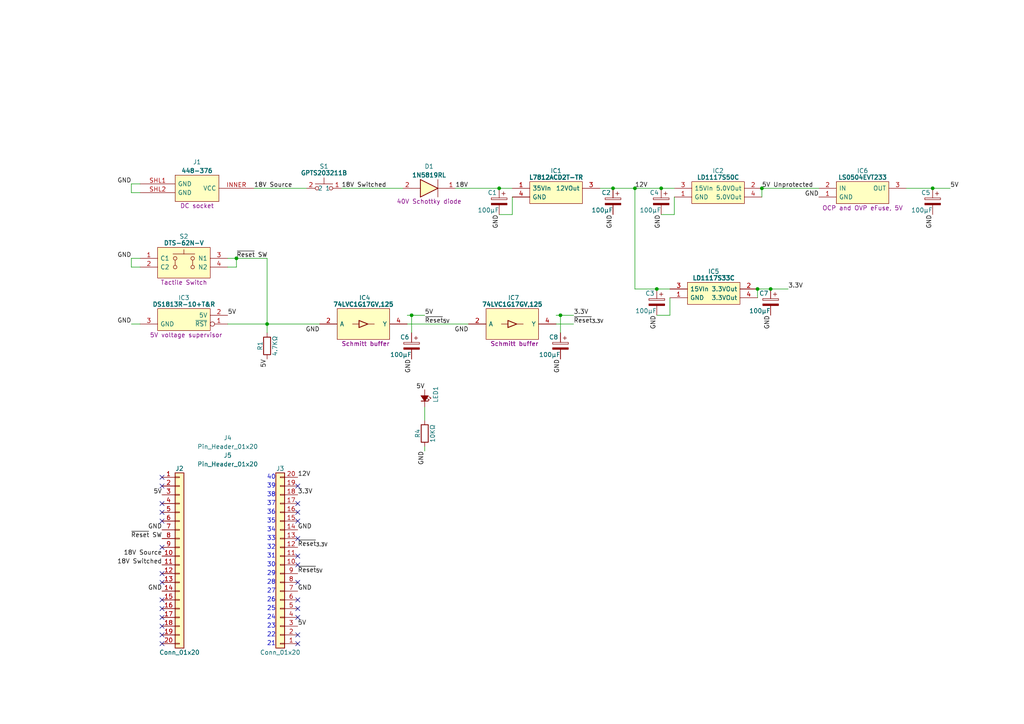
<source format=kicad_sch>
(kicad_sch (version 20231120) (generator "eeschema") (generator_version "8.0")
  (paper "A4")
  (title_block (title "Power and Reset") (date "2025-04-23") (rev "V1"))
  (lib_symbols
    (symbol "Connector_Generic:Conn_01x20" (pin_names (offset 1.016) hide)
      (property "Reference" "J" (at 0 25.4 0))
      (property "Value" "Conn_01x20" (at 0 -27.94 0))
      (symbol "Conn_01x20_1_1"
        (rectangle (start -1.27 -25.273) (end 0 -25.527) (stroke (width 0.1524)))
        (rectangle (start -1.27 -22.733) (end 0 -22.987) (stroke (width 0.1524)))
        (rectangle (start -1.27 -20.193) (end 0 -20.447) (stroke (width 0.1524)))
        (rectangle (start -1.27 -17.653) (end 0 -17.907) (stroke (width 0.1524)))
        (rectangle (start -1.27 -15.113) (end 0 -15.367) (stroke (width 0.1524)))
        (rectangle (start -1.27 -12.573) (end 0 -12.827) (stroke (width 0.1524)))
        (rectangle (start -1.27 -10.033) (end 0 -10.287) (stroke (width 0.1524)))
        (rectangle (start -1.27 -7.493) (end 0 -7.747) (stroke (width 0.1524)))
        (rectangle (start -1.27 -4.953) (end 0 -5.207) (stroke (width 0.1524)))
        (rectangle (start -1.27 -2.413) (end 0 -2.667) (stroke (width 0.1524)))
        (rectangle (start -1.27 0.127) (end 0 -0.127) (stroke (width 0.1524)))
        (rectangle (start -1.27 2.667) (end 0 2.413) (stroke (width 0.1524)))
        (rectangle (start -1.27 5.207) (end 0 4.953) (stroke (width 0.1524)))
        (rectangle (start -1.27 7.747) (end 0 7.493) (stroke (width 0.1524)))
        (rectangle (start -1.27 10.287) (end 0 10.033) (stroke (width 0.1524)))
        (rectangle (start -1.27 12.827) (end 0 12.573) (stroke (width 0.1524)))
        (rectangle (start -1.27 15.367) (end 0 15.113) (stroke (width 0.1524)))
        (rectangle (start -1.27 17.907) (end 0 17.653) (stroke (width 0.1524)))
        (rectangle (start -1.27 20.447) (end 0 20.193) (stroke (width 0.1524)))
        (rectangle (start -1.27 22.987) (end 0 22.733) (stroke (width 0.1524)))
        (rectangle (start -1.27 24.13) (end 1.27 -26.67) (stroke (width 0.254)) (fill (type background)))
        (pin passive line (at -5.08 22.86 0) (length 3.81) (name "Pin_1") (number "1"))
        (pin passive line (at -5.08 0 0) (length 3.81) (name "Pin_10") (number "10"))
        (pin passive line (at -5.08 -2.54 0) (length 3.81) (name "Pin_11") (number "11"))
        (pin passive line (at -5.08 -5.08 0) (length 3.81) (name "Pin_12") (number "12"))
        (pin passive line (at -5.08 -7.62 0) (length 3.81) (name "Pin_13") (number "13"))
        (pin passive line (at -5.08 -10.16 0) (length 3.81) (name "Pin_14") (number "14"))
        (pin passive line (at -5.08 -12.7 0) (length 3.81) (name "Pin_15") (number "15"))
        (pin passive line (at -5.08 -15.24 0) (length 3.81) (name "Pin_16") (number "16"))
        (pin passive line (at -5.08 -17.78 0) (length 3.81) (name "Pin_17") (number "17"))
        (pin passive line (at -5.08 -20.32 0) (length 3.81) (name "Pin_18") (number "18"))
        (pin passive line (at -5.08 -22.86 0) (length 3.81) (name "Pin_19") (number "19"))
        (pin passive line (at -5.08 20.32 0) (length 3.81) (name "Pin_2") (number "2"))
        (pin passive line (at -5.08 -25.4 0) (length 3.81) (name "Pin_20") (number "20"))
        (pin passive line (at -5.08 17.78 0) (length 3.81) (name "Pin_3") (number "3"))
        (pin passive line (at -5.08 15.24 0) (length 3.81) (name "Pin_4") (number "4"))
        (pin passive line (at -5.08 12.7 0) (length 3.81) (name "Pin_5") (number "5"))
        (pin passive line (at -5.08 10.16 0) (length 3.81) (name "Pin_6") (number "6"))
        (pin passive line (at -5.08 7.62 0) (length 3.81) (name "Pin_7") (number "7"))
        (pin passive line (at -5.08 5.08 0) (length 3.81) (name "Pin_8") (number "8"))
        (pin passive line (at -5.08 2.54 0) (length 3.81) (name "Pin_9") (number "9"))
      )
    )
    (symbol "Device:LED_Small_Filled" (pin_numbers hide) (pin_names (offset 0.254) hide)
      (property "Reference" "D" (at -1.27 3.175 0))
      (property "Value" "LED_Small_Filled" (at -4.445 -2.54 0))
      (symbol "LED_Small_Filled_0_1"
        (polyline (pts (xy -0.762 -1.016) (xy -0.762 1.016)) (stroke (width 0.254)))
        (polyline (pts (xy 1.016 0) (xy -0.762 0)))
        (polyline (pts (xy 0.762 -1.016) (xy -0.762 0) (xy 0.762 1.016) (xy 0.762 -1.016)) (stroke (width 0.254)) (fill (type outline)))
        (polyline (pts (xy 0 0.762) (xy -0.508 1.27) (xy -0.254 1.27) (xy -0.508 1.27) (xy -0.508 1.016)))
        (polyline (pts (xy 0.508 1.27) (xy 0 1.778) (xy 0.254 1.778) (xy 0 1.778) (xy 0 1.524)))
      )
      (symbol "LED_Small_Filled_1_1"
        (pin passive line (at -2.54 0 0) (length 1.778) (name "K") (number "1"))
        (pin passive line (at 2.54 0 180) (length 1.778) (name "A") (number "2"))
      )
    )
    (symbol "Diptronic:DTS-62N-V" (pin_names (offset 0.762))
      (property "Reference" "S" (at 12.7 6.35 0))
      (property "Value" "DTS-62N-V" (at 12.7 4.445 0))
      (property "Description" "Tactile Switch" (at 12.7 -6.985 0))
      (symbol "DTS-62N-V_0_0"
        (pin passive line (at 0 0 0) (length 5.08) (name "C1") (number "1"))
        (pin passive line (at 0 -2.54 0) (length 5.08) (name "C2") (number "2"))
        (pin passive line (at 25.4 0 180) (length 5.08) (name "N1") (number "3"))
        (pin passive line (at 25.4 -2.54 180) (length 5.08) (name "N2") (number "4"))
      )
      (symbol "DTS-62N-V_0_1"
        (polyline (pts (xy 10.16 -1.905) (xy 10.16 -0.635)))
        (polyline (pts (xy 12.7 1.27) (xy 12.7 2.54)))
        (polyline (pts (xy 15.24 -1.905) (xy 15.24 -0.635)))
        (polyline (pts (xy 15.875 1.27) (xy 9.525 1.27)))
        (polyline (pts (xy 5.08 3.175) (xy 20.32 3.175) (xy 20.32 -5.715) (xy 5.08 -5.715) (xy 5.08 3.175)) (stroke (width 0.1524)) (fill (type background)))
        (circle (center 10.16 -2.54) (radius 0.508))
        (circle (center 10.16 0) (radius 0.508))
        (circle (center 15.24 -2.54) (radius 0.508))
        (circle (center 15.24 0) (radius 0.508))
      )
    )
    (symbol "HCP65:C_Radial_D4.0mm_P2.00mm" (pin_numbers hide) (pin_names (offset 0.254))
      (property "Reference" "C" (at 0.635 2.54 0))
      (property "Value" "?μF" (at 0.635 -2.54 0))
      (symbol "C_Radial_D4.0mm_P2.00mm_0_1"
        (rectangle (start -2.286 0.508) (end 2.286 1.016))
        (polyline (pts (xy -1.778 2.286) (xy -0.762 2.286)))
        (polyline (pts (xy -1.27 2.794) (xy -1.27 1.778)))
        (rectangle (start 2.286 -0.508) (end -2.286 -1.016) (fill (type outline)))
      )
      (symbol "C_Radial_D4.0mm_P2.00mm_1_1"
        (pin passive line (at 0 3.81 270) (length 2.794) (name "~") (number "1"))
        (pin passive line (at 0 -3.81 90) (length 2.794) (name "~") (number "2"))
      )
    )
    (symbol "HCP65:Pin_Header_01x32" (pin_names (offset 1.016) hide)
      (property "Reference" "J" (at 0 1.27 0))
      (property "Value" "Pin_Header_01x32" (at 0 -1.27 0))
    )
    (symbol "HCP65:R_Axial_D1.6mm_P5.08mm" (pin_numbers hide) (pin_names (offset 0))
      (property "Reference" "R" (at 3.81 2.032 0))
      (property "Value" "?Ω" (at 3.81 -2.286 0))
      (symbol "R_Axial_D1.6mm_P5.08mm_0_1"
        (rectangle (start 6.35 -1.016) (end 1.27 1.016) (stroke (width 0.254)))
      )
      (symbol "R_Axial_D1.6mm_P5.08mm_1_1"
        (pin passive line (at 0 0 0) (length 1.27) (name "~") (number "1"))
        (pin passive line (at 7.62 0 180) (length 1.27) (name "~") (number "2"))
      )
    )
    (symbol "Littlefuse:LS0504EVT233" (pin_names (offset 0.762))
      (property "Reference" "IC" (at 12.7 5.08 0))
      (property "Value" "LS0504EVT233" (at 12.7 3.175 0))
      (property "Description" "OCP and OVP eFuse, 5V" (at 12.7 -5.715 0))
      (symbol "LS0504EVT233_0_0"
        (pin passive line (at 0 -2.54 0) (length 5.08) (name "GND") (number "1"))
        (pin passive line (at 0 0 0) (length 5.08) (name "IN") (number "2"))
        (pin passive line (at 25.4 0 180) (length 5.08) (name "OUT") (number "3"))
      )
      (symbol "LS0504EVT233_1_1"
        (polyline (pts (xy 5.08 1.905) (xy 20.32 1.905) (xy 20.32 -4.445) (xy 5.08 -4.445) (xy 5.08 1.905)) (stroke (width 0.1524)) (fill (type background)))
      )
    )
    (symbol "Maxim:DS1813R-10+T&R" (pin_names (offset 0.762))
      (property "Reference" "IC" (at 12.7 7.62 0))
      (property "Value" "DS1813R-10+T&R" (at 12.7 5.715 0))
      (property "Description" "5V voltage supervisor" (at 13.335 -3.175 0))
      (symbol "DS1813R-10+T&R_0_0"
        (pin output inverted (at 25.4 0 180) (length 5.08) (name "~{RST}") (number "1"))
        (pin passive line (at 25.4 2.54 180) (length 5.08) (name "5V") (number "2"))
        (pin passive line (at 0 0 0) (length 5.08) (name "GND") (number "3"))
      )
      (symbol "DS1813R-10+T&R_0_1"
        (polyline (pts (xy 5.08 4.445) (xy 20.32 4.445) (xy 20.32 -1.905) (xy 5.08 -1.905) (xy 5.08 4.445)) (stroke (width 0.1524)) (fill (type background)))
      )
    )
    (symbol "Maxim:GPTS203211B" (pin_names (offset 0.762))
      (property "Reference" "S" (at 5.08 6.35 0))
      (property "Value" "GPTS203211B" (at 5.08 4.445 0))
      (symbol "GPTS203211B_0_1"
        (polyline (pts (xy 5.08 1.27) (xy 5.08 3.048)))
        (polyline (pts (xy 7.62 1.27) (xy 2.54 1.27)))
        (circle (center 3.048 0) (radius 0.508))
        (circle (center 7.112 0) (radius 0.508))
        (pin passive line (at 0 0 0) (length 2.54) (name "1") (number "1"))
        (pin passive line (at 10.16 0 180) (length 2.54) (name "2") (number "2"))
      )
    )
    (symbol "Nexperia:74LVC1G17GV,125" (pin_names (offset 0.762))
      (property "Reference" "IC" (at 12.7 7.62 0))
      (property "Value" "74LVC1G17GV,125" (at 12.7 5.715 0))
      (property "Description" "Schmitt buffer" (at 13.335 -5.715 0))
      (symbol "74LVC1G17GV,125_0_0"
        (pin no_connect line (at 0 2.54 0) (length 5.08) hide (name "n.c.") (number "1"))
        (pin input line (at 0 0 0) (length 5.08) (name "A") (number "2"))
        (pin passive line (at 0 -2.54 0) (length 5.08) hide (name "GND") (number "3"))
        (pin passive line (at 25.4 0 180) (length 5.08) (name "Y") (number "4"))
        (pin passive line (at 25.4 2.54 180) (length 5.08) hide (name "3V") (number "5"))
      )
      (symbol "74LVC1G17GV,125_0_1"
        (polyline (pts (xy 9.525 0) (xy 11.43 0)))
        (polyline (pts (xy 13.97 0) (xy 15.875 0)))
        (polyline (pts (xy 11.43 -1.016) (xy 13.97 0) (xy 11.43 1.016)) (stroke (width 0.254)))
        (polyline (pts (xy 5.08 4.445) (xy 20.32 4.445) (xy 20.32 -4.445) (xy 5.08 -4.445) (xy 5.08 4.445)) (stroke (width 0.1524)) (fill (type background)))
        (rectangle (start 11.43 1.016) (end 11.43 -1.016) (stroke (width 0.254)) (fill (type background)))
      )
    )
    (symbol "RS_Components:448-376" (pin_names (offset 0.762))
      (property "Reference" "J" (at 11.43 6.35 0))
      (property "Value" "448-376" (at 11.43 3.81 0))
      (property "Description" "DC socket" (at 11.43 -6.35 0))
      (symbol "448-376_0_1"
        (polyline (pts (xy 5.08 2.54) (xy 17.78 2.54) (xy 17.78 -5.08) (xy 5.08 -5.08) (xy 5.08 2.54)) (stroke (width 0.1524)) (fill (type background)))
      )
      (symbol "448-376_1_0"
        (pin passive line (at -5.08 -1.27 0) (length 10.16) (name "VCC") (number "INNER"))
        (pin passive line (at 27.94 0 180) (length 10.16) (name "GND") (number "SHL1"))
        (pin passive line (at 27.94 -2.54 180) (length 10.16) (name "GND") (number "SHL2"))
      )
    )
    (symbol "ST_Microelectronics:1N5819RL" (pin_names (offset 0.762))
      (property "Reference" "D" (at 7.62 6.35 0))
      (property "Value" "1N5819RL" (at 7.62 3.81 0))
      (property "Description" "40V Schottky diode" (at 7.62 -3.81 0))
      (symbol "1N5819RL_0_0"
        (pin passive line (at 0 0 0) (length 2.54) (name "~") (number "1"))
        (pin passive line (at 15.24 0 180) (length 2.54) (name "~") (number "2"))
      )
      (symbol "1N5819RL_0_1"
        (polyline (pts (xy 2.54 0) (xy 5.08 0)) (stroke (width 0.1524)))
        (polyline (pts (xy 5.08 2.54) (xy 5.08 -2.54)) (stroke (width 0.1524)))
        (polyline (pts (xy 10.16 0) (xy 12.7 0)) (stroke (width 0.1524)))
        (polyline (pts (xy 5.08 0) (xy 10.16 2.54) (xy 10.16 -2.54) (xy 5.08 0)) (stroke (width 0.254)) (fill (type background)))
      )
    )
    (symbol "ST_Microelectronics:L7812ACD2T-TR" (pin_names (offset 0.762))
      (property "Reference" "IC" (at 12.7 5.08 0))
      (property "Value" "L7812ACD2T-TR" (at 12.7 3.175 0))
      (symbol "L7812ACD2T-TR_0_1"
        (polyline (pts (xy 5.08 1.905) (xy 20.32 1.905) (xy 20.32 -4.445) (xy 5.08 -4.445) (xy 5.08 1.905)) (stroke (width 0.1524)) (fill (type background)))
      )
      (symbol "L7812ACD2T-TR_1_0"
        (pin passive line (at 0 0 0) (length 5.08) (name "35VIn") (number "1"))
        (pin no_connect line (at 25.4 -2.54 180) (length 5.08) hide (name "N.C.") (number "2"))
        (pin passive line (at 25.4 0 180) (length 5.08) (name "12VOut") (number "3"))
        (pin passive line (at 0 -2.54 0) (length 5.08) (name "GND") (number "4"))
      )
    )
    (symbol "ST_Microelectronics:LD1117S33C" (pin_names (offset 0.762))
      (property "Reference" "IC" (at 7.62 5.08 0))
      (property "Value" "LD1117S33C" (at 7.62 3.175 0))
      (symbol "LD1117S33C_0_0"
        (pin passive line (at -5.08 -2.54 0) (length 5.08) (name "GND") (number "1"))
      )
      (symbol "LD1117S33C_0_1"
        (polyline (pts (xy 0 1.905) (xy 15.24 1.905) (xy 15.24 -4.445) (xy 0 -4.445) (xy 0 1.905)) (stroke (width 0.1524)) (fill (type background)))
      )
      (symbol "LD1117S33C_1_0"
        (pin passive line (at 20.32 0 180) (length 5.08) (name "3.3VOut") (number "2"))
        (pin passive line (at -5.08 0 0) (length 5.08) (name "15VIn") (number "3"))
        (pin passive line (at 20.32 -2.54 180) (length 5.08) (name "3.3VOut") (number "4"))
      )
    )
    (symbol "ST_Microelectronics:LD1117S50C" (pin_names (offset 0.762))
      (property "Reference" "IC" (at 7.62 5.08 0))
      (property "Value" "LD1117S50C" (at 7.62 3.175 0))
      (symbol "LD1117S50C_0_0"
        (pin passive line (at -5.08 -2.54 0) (length 5.08) (name "GND") (number "1"))
      )
      (symbol "LD1117S50C_0_1"
        (polyline (pts (xy 0 1.905) (xy 15.24 1.905) (xy 15.24 -4.445) (xy 0 -4.445) (xy 0 1.905)) (stroke (width 0.1524)) (fill (type background)))
      )
      (symbol "LD1117S50C_1_0"
        (pin passive line (at 20.32 0 180) (length 5.08) (name "5.0VOut") (number "2"))
        (pin passive line (at -5.08 0 0) (length 5.08) (name "15VIn") (number "3"))
        (pin passive line (at 20.32 -2.54 180) (length 5.08) (name "5.0VOut") (number "4"))
      )
    )
  )
  (junction (at 144.78 54.61))
  (junction (at 220.98 54.61))
  (junction (at 68.58 74.93))
  (junction (at 270.51 54.61))
  (junction (at 177.8 54.61))
  (junction (at 119.38 91.44))
  (junction (at 77.47 93.98))
  (junction (at 223.52 83.82))
  (junction (at 162.56 91.44))
  (junction (at 190.5 83.82))
  (junction (at 219.71 83.82))
  (junction (at 184.15 54.61))
  (junction (at 191.77 54.61))
  (no_connect (at 46.99 176.53))
  (no_connect (at 86.36 140.97))
  (no_connect (at 46.99 166.37))
  (no_connect (at 46.99 181.61))
  (no_connect (at 46.99 186.69))
  (no_connect (at 86.36 163.83))
  (no_connect (at 86.36 186.69))
  (no_connect (at 86.36 179.07))
  (no_connect (at 46.99 151.13))
  (no_connect (at 86.36 184.15))
  (no_connect (at 46.99 158.75))
  (no_connect (at 86.36 161.29))
  (no_connect (at 46.99 148.59))
  (no_connect (at 46.99 173.99))
  (no_connect (at 46.99 146.05))
  (no_connect (at 86.36 151.13))
  (no_connect (at 46.99 168.91))
  (no_connect (at 46.99 179.07))
  (no_connect (at 86.36 168.91))
  (no_connect (at 86.36 146.05))
  (no_connect (at 86.36 176.53))
  (no_connect (at 86.36 173.99))
  (no_connect (at 46.99 184.15))
  (no_connect (at 46.99 138.43))
  (no_connect (at 86.36 156.21))
  (no_connect (at 46.99 140.97))
  (no_connect (at 86.36 148.59))
  (wire (pts (xy 38.1 74.93) (xy 40.64 74.93)))
  (wire (pts (xy 194.31 91.44) (xy 190.5 91.44)))
  (wire (pts (xy 68.58 74.93) (xy 68.58 77.47)))
  (wire (pts (xy 148.59 57.15) (xy 148.59 62.23)))
  (wire (pts (xy 228.6 83.82) (xy 223.52 83.82)))
  (wire (pts (xy 184.15 83.82) (xy 184.15 54.61)))
  (wire (pts (xy 191.77 54.61) (xy 195.58 54.61)))
  (wire (pts (xy 195.58 62.23) (xy 191.77 62.23)))
  (wire (pts (xy 77.47 93.98) (xy 77.47 74.93)))
  (wire (pts (xy 38.1 53.34) (xy 38.1 55.88)))
  (wire (pts (xy 66.04 77.47) (xy 68.58 77.47)))
  (wire (pts (xy 119.38 91.44) (xy 123.19 91.44)))
  (wire (pts (xy 177.8 54.61) (xy 173.99 54.61)))
  (wire (pts (xy 190.5 83.82) (xy 194.31 83.82)))
  (wire (pts (xy 162.56 91.44) (xy 161.29 91.44)))
  (wire (pts (xy 166.37 91.44) (xy 162.56 91.44)))
  (wire (pts (xy 38.1 55.88) (xy 40.64 55.88)))
  (wire (pts (xy 190.5 83.82) (xy 184.15 83.82)))
  (wire (pts (xy 220.98 54.61) (xy 237.49 54.61)))
  (wire (pts (xy 144.78 54.61) (xy 148.59 54.61)))
  (wire (pts (xy 132.08 54.61) (xy 144.78 54.61)))
  (wire (pts (xy 194.31 86.36) (xy 194.31 91.44)))
  (wire (pts (xy 38.1 74.93) (xy 38.1 77.47)))
  (wire (pts (xy 148.59 62.23) (xy 144.78 62.23)))
  (wire (pts (xy 220.98 54.61) (xy 220.98 57.15)))
  (wire (pts (xy 123.19 130.81) (xy 123.19 129.54)))
  (wire (pts (xy 119.38 91.44) (xy 119.38 96.52)))
  (wire (pts (xy 77.47 93.98) (xy 92.71 93.98)))
  (wire (pts (xy 73.66 54.61) (xy 88.9 54.61)))
  (wire (pts (xy 38.1 77.47) (xy 40.64 77.47)))
  (wire (pts (xy 166.37 93.98) (xy 161.29 93.98)))
  (wire (pts (xy 77.47 96.52) (xy 77.47 93.98)))
  (wire (pts (xy 219.71 83.82) (xy 219.71 86.36)))
  (wire (pts (xy 38.1 93.98) (xy 40.64 93.98)))
  (wire (pts (xy 184.15 54.61) (xy 191.77 54.61)))
  (wire (pts (xy 38.1 53.34) (xy 40.64 53.34)))
  (wire (pts (xy 123.19 118.11) (xy 123.19 121.92)))
  (wire (pts (xy 195.58 57.15) (xy 195.58 62.23)))
  (wire (pts (xy 68.58 74.93) (xy 77.47 74.93)))
  (wire (pts (xy 223.52 83.82) (xy 219.71 83.82)))
  (wire (pts (xy 162.56 91.44) (xy 162.56 96.52)))
  (wire (pts (xy 66.04 93.98) (xy 77.47 93.98)))
  (wire (pts (xy 116.84 54.61) (xy 99.06 54.61)))
  (wire (pts (xy 68.58 74.93) (xy 66.04 74.93)))
  (wire (pts (xy 118.11 93.98) (xy 135.89 93.98)))
  (wire (pts (xy 118.11 91.44) (xy 119.38 91.44)))
  (wire (pts (xy 177.8 54.61) (xy 184.15 54.61)))
  (wire (pts (xy 262.89 54.61) (xy 270.51 54.61)))
  (wire (pts (xy 270.51 54.61) (xy 275.59 54.61)))
  (text "21" (at 80.01 186.69 0) (effects (font (size 1.27 1.27)) (justify right)))
  (text "24" (at 80.01 179.07 0) (effects (font (size 1.27 1.27)) (justify right)))
  (text "39" (at 80.01 140.97 0) (effects (font (size 1.27 1.27)) (justify right)))
  (text "30\n" (at 80.01 163.83 0) (effects (font (size 1.27 1.27)) (justify right)))
  (text "36" (at 80.01 148.59 0) (effects (font (size 1.27 1.27)) (justify right)))
  (text "22" (at 80.01 184.15 0) (effects (font (size 1.27 1.27)) (justify right)))
  (text "35" (at 80.01 151.13 0) (effects (font (size 1.27 1.27)) (justify right)))
  (text "25" (at 80.01 176.53 0) (effects (font (size 1.27 1.27)) (justify right)))
  (text "27" (at 80.01 171.45 0) (effects (font (size 1.27 1.27)) (justify right)))
  (text "31" (at 80.01 161.29 0) (effects (font (size 1.27 1.27)) (justify right)))
  (text "26" (at 80.01 173.99 0) (effects (font (size 1.27 1.27)) (justify right)))
  (text "40" (at 80.01 138.43 0) (effects (font (size 1.27 1.27)) (justify right)))
  (text "38" (at 80.01 143.51 0) (effects (font (size 1.27 1.27)) (justify right)))
  (text "29" (at 80.01 166.37 0) (effects (font (size 1.27 1.27)) (justify right)))
  (text "33" (at 80.01 156.21 0) (effects (font (size 1.27 1.27)) (justify right)))
  (text "23" (at 80.01 181.61 0) (effects (font (size 1.27 1.27)) (justify right)))
  (text "37" (at 80.01 146.05 0) (effects (font (size 1.27 1.27)) (justify right)))
  (text "28" (at 80.01 168.91 0) (effects (font (size 1.27 1.27)) (justify right)))
  (text "34" (at 80.01 153.67 0) (effects (font (size 1.27 1.27)) (justify right)))
  (text "32" (at 80.01 158.75 0) (effects (font (size 1.27 1.27)) (justify right)))
  (label "3.3V" (at 166.37 91.44 0))
  (label "GND" (at 237.49 57.15 180))
  (label "5V" (at 275.59 54.61 0))
  (label "~{Reset} SW" (at 46.99 156.21 180))
  (label "GND" (at 135.89 96.52 180))
  (label "GND" (at 270.51 62.23 270))
  (label "GND" (at 38.1 53.34 180))
  (label "3.3V" (at 228.6 83.82 0))
  (label "5V" (at 46.99 143.51 180))
  (label "18V" (at 132.08 54.61 0))
  (label "~{Reset}_{5V}" (at 86.36 166.37 0))
  (label "5V Unprotected" (at 220.98 54.61 0))
  (label "3.3V" (at 86.36 143.51 0))
  (label "5V" (at 123.19 91.44 0))
  (label "GND" (at 38.1 74.93 180))
  (label "18V Source" (at 46.99 161.29 180))
  (label "~{Reset} SW" (at 68.58 74.93 0))
  (label "12V" (at 184.15 54.61 0))
  (label "5V" (at 77.47 104.14 270))
  (label "5V" (at 66.04 91.44 0))
  (label "18V Source" (at 73.66 54.61 0))
  (label "GND" (at 162.56 104.14 270))
  (label "GND" (at 38.1 93.98 180))
  (label "GND" (at 119.38 104.14 270))
  (label "GND" (at 191.77 62.23 270))
  (label "GND" (at 92.71 96.52 180))
  (label "GND" (at 46.99 153.67 180))
  (label "GND" (at 144.78 62.23 270))
  (label "12V" (at 86.36 138.43 0))
  (label "~{Reset}_{3.3V}" (at 86.36 158.75 0))
  (label "18V Switched" (at 99.06 54.61 0))
  (label "18V Switched" (at 46.99 163.83 180))
  (label "5V" (at 86.36 181.61 0))
  (label "~{Reset}_{3.3V}" (at 166.37 93.98 0))
  (label "~{Reset}_{5V}" (at 123.19 93.98 0))
  (label "GND" (at 46.99 171.45 180))
  (label "5V" (at 123.19 113.03 180))
  (label "GND" (at 123.19 130.81 270))
  (label "GND" (at 190.5 91.44 270))
  (label "GND" (at 223.52 91.44 270))
  (label "GND" (at 86.36 153.67 0))
  (label "GND" (at 86.36 171.45 0))
  (label "GND" (at 177.8 62.23 270))
  (symbol (lib_id "Device:LED_Small_Filled") (at 123.19 115.57 270) (mirror x) (unit 1)
    (property "Reference" "LED1" (at 126.365 116.84 0) (effects (justify left)))
    (property "Value" "LED_Small_Filled" (effects (hide yes)))
    (property "Footprint" "SamacSys_Parts:LED_D5.0mm" (effects (hide yes)))
    (property "Description" "Light emitting diode, small symbol, filled shape" (effects (hide yes)))
  )
  (symbol (lib_id "Connector_Generic:Conn_01x20") (at 52.07 161.29 0) (unit 1)
    (property "Reference" "J2" (at 52.07 135.89 0))
    (property "Value" "Conn_01x20" (at 52.07 189.23 0))
    (property "Footprint" "SamacSys_Parts:SIP_20_Pins" (effects (hide yes)))
    (property "Description" "Generic connector, single row, 01x20, script generated (kicad-library-utils/schlib/autogen/connector/)" (effects (hide yes)))
  )
  (symbol (lib_id "Maxim:DS1813R-10+T&R") (at 40.64 93.98 0) (unit 1)
    (property "Reference" "IC3" (at 53.34 86.36 0))
    (property "Value" "DS1813R-10+T&R" (at 53.34 88.265 0) (effects (font (bold yes))))
    (property "Footprint" "SamacSys_Parts:SOT95P237X112-3N" (effects (hide yes)))
    (property "Datasheet" "https://componentsearchengine.com/Datasheets/2/DS1813R-10+T&R.pdf" (effects (hide yes)))
    (property "Description" "5V voltage supervisor" (at 53.975 97.155 0))
    (property "Height" "1.12" (effects (hide yes)))
    (property "Mouser Part Number" "700-DS1813R-10T&R" (effects (hide yes)))
    (property "Mouser Price/Stock" "https://www.mouser.co.uk/ProductDetail/Maxim-Integrated/DS1813R-10%2bTR?qs=0Y9aZN%252BMVCUEX%2FgvPX%252B6Nw%3D%3D" (effects (hide yes)))
    (property "Manufacturer_Name" "Maxim Integrated" (effects (hide yes)))
    (property "Manufacturer_Part_Number" "DS1813R-10+T&R" (effects (hide yes)))
    (property "Silkscreen" "DS1813" (effects (hide yes)))
  )
  (symbol (lib_id "ST_Microelectronics:L7812ACD2T-TR") (at 148.59 54.61 0) (unit 1)
    (property "Reference" "IC1" (at 161.29 49.53 0))
    (property "Value" "L7812ACD2T-TR" (at 161.29 51.435 0) (effects (font (thickness 0.254) (bold yes))))
    (property "Footprint" "SamacSys_Parts:TO254P1542X460-3N" (effects (hide yes)))
    (property "Datasheet" "http://www.st.com/web/en/resource/technical/document/datasheet/CD00000444.pdf" (effects (hide yes)))
    (property "Description" "Voltage Regulator 12V 1A D2PAK STMicroelectronics L7812ACD2T-TR, Single Linear Voltage Regulator, 1.5A 12 V, +/-2%, 3-Pin D2PAK" (effects (hide yes)))
    (property "Height" "4.6" (effects (hide yes)))
    (property "Manufacturer_Name" "STMicroelectronics" (effects (hide yes)))
    (property "Manufacturer_Part_Number" "L7812ACD2T-TR" (effects (hide yes)))
    (property "Silkscreen" "L7812ACD2T-TR" (effects (hide yes)))
  )
  (symbol (lib_id "HCP65:C_Radial_D4.0mm_P2.00mm") (at 270.51 58.42 0) (mirror y) (unit 1)
    (property "Reference" "C5" (at 269.875 55.88 0) (effects (justify left)))
    (property "Value" "100μF" (at 270.51 60.96 0) (effects (justify left)))
    (property "Footprint" "SamacSys_Parts:CP_Radial_D4.0mm_P2.00mm" (effects (hide yes)))
    (property "Description" "100μF" (effects (hide yes)))
  )
  (symbol (lib_id "RS_Components:448-376") (at 68.58 53.34 0) (mirror y) (unit 1)
    (property "Reference" "J1" (at 57.15 46.99 0))
    (property "Value" "448-376" (at 57.15 49.53 0) (effects (font (bold yes))))
    (property "Footprint" "SamacSys_Parts:448376" (effects (hide yes)))
    (property "Datasheet" "https://docs.rs-online.com/902a/0900766b81582446.pdf" (effects (hide yes)))
    (property "Description" "DC socket" (at 57.15 59.69 0))
    (property "Height" "11" (effects (hide yes)))
    (property "Manufacturer_Name" "RS Components" (effects (hide yes)))
    (property "Manufacturer_Part_Number" "448-376" (effects (hide yes)))
  )
  (symbol (lib_id "HCP65:C_Radial_D4.0mm_P2.00mm") (at 191.77 58.42 0) (mirror y) (unit 1)
    (property "Reference" "C4" (at 191.135 55.88 0) (effects (justify left)))
    (property "Value" "100μF" (at 191.77 60.96 0) (effects (justify left)))
    (property "Footprint" "SamacSys_Parts:CP_Radial_D4.0mm_P2.00mm" (effects (hide yes)))
    (property "Description" "10μF" (effects (hide yes)))
  )
  (symbol (lib_id "HCP65:C_Radial_D4.0mm_P2.00mm") (at 119.38 100.33 0) (mirror y) (unit 1)
    (property "Reference" "C6" (at 118.745 97.79 0) (effects (justify left)))
    (property "Value" "100μF" (at 119.38 102.87 0) (effects (justify left)))
    (property "Footprint" "SamacSys_Parts:CP_Radial_D4.0mm_P2.00mm" (effects (hide yes)))
    (property "Description" "10μF" (effects (hide yes)))
  )
  (symbol (lib_id "Littlefuse:LS0504EVT233") (at 237.49 54.61 0) (unit 1)
    (property "Reference" "IC6" (at 250.19 49.53 0))
    (property "Value" "LS0504EVT233" (at 250.19 51.435 0) (effects (font (thickness 0.254) (bold yes))))
    (property "Footprint" "SamacSys_Parts:SOT95P280X145-3N" (effects (hide yes)))
    (property "Datasheet" "https://www.mouser.in/datasheet/2/240/Littelfuse-3045601.pdf" (effects (hide yes)))
    (property "Description" "OCP and OVP eFuse, 5V" (at 250.19 60.325 0))
    (property "Height" "1.45" (effects (hide yes)))
    (property "Manufacturer_Name" "LITTELFUSE" (effects (hide yes)))
    (property "Manufacturer_Part_Number" "LS0504EVT233" (effects (hide yes)))
    (property "Silkscreen" "LS0504" (effects (hide yes)))
  )
  (symbol (lib_id "Nexperia:74LVC1G17GV,125") (at 92.71 93.98 0) (unit 1)
    (property "Reference" "IC4" (at 104.14 86.36 0) (effects (justify left)))
    (property "Value" "74LVC1G17GV,125" (at 105.41 88.265 0) (effects (font (bold yes))))
    (property "Footprint" "SamacSys_Parts:SOT95P275X110-5N" (effects (hide yes)))
    (property "Datasheet" "https://assets.nexperia.com/documents/data-sheet/74LVC1G17.pdf" (effects (hide yes)))
    (property "Description" "Schmitt buffer" (at 106.045 99.695 0))
    (property "Height" "1.1" (effects (hide yes)))
    (property "Manufacturer_Name" "Nexperia" (effects (hide yes)))
    (property "Manufacturer_Part_Number" "74LVC1G17GV,125" (effects (hide yes)))
    (property "Silkscreen" "'1G17" (effects (hide yes)))
  )
  (symbol (lib_id "HCP65:R_Axial_D1.6mm_P5.08mm") (at 77.47 104.14 90) (unit 1)
    (property "Reference" "R1" (at 75.438 100.33 0))
    (property "Value" "4.7KΩ" (at 79.756 100.33 0))
    (property "Footprint" "SamacSys_Parts:R_Axial_DIN0204_L3.6mm_D1.6mm_P5.08mm_Horizontal" (effects (hide yes)))
    (property "Description" "Resistor" (effects (hide yes)))
  )
  (symbol (lib_id "HCP65:Pin_Header_01x32") (at 66.04 133.35 0) (unit 1)
    (property "Reference" "J5" (at 66.04 132.08 0))
    (property "Value" "Pin_Header_01x20" (at 66.04 134.62 0))
    (property "Footprint" "SamacSys_Parts:PinHeader_1x20_P2.54mm_Vertical" (effects (hide yes)))
  )
  (symbol (lib_id "Nexperia:74LVC1G17GV,125") (at 135.89 93.98 0) (unit 1)
    (property "Reference" "IC7" (at 147.32 86.36 0) (effects (justify left)))
    (property "Value" "74LVC1G17GV,125" (at 148.59 88.265 0) (effects (font (bold yes))))
    (property "Footprint" "SamacSys_Parts:SOT95P275X110-5N" (effects (hide yes)))
    (property "Datasheet" "https://assets.nexperia.com/documents/data-sheet/74LVC1G17.pdf" (effects (hide yes)))
    (property "Description" "Schmitt buffer" (at 149.225 99.695 0))
    (property "Height" "1.1" (effects (hide yes)))
    (property "Manufacturer_Name" "Nexperia" (effects (hide yes)))
    (property "Manufacturer_Part_Number" "74LVC1G17GV,125" (effects (hide yes)))
    (property "Silkscreen" "'1G17" (effects (hide yes)))
  )
  (symbol (lib_id "Connector_Generic:Conn_01x20") (at 81.28 163.83 180) (unit 1)
    (property "Reference" "J3" (at 81.28 135.89 0))
    (property "Value" "Conn_01x20" (at 81.28 189.23 0))
    (property "Footprint" "SamacSys_Parts:SIP_20_Pins" (effects (hide yes)))
    (property "Description" "Generic connector, single row, 01x20, script generated (kicad-library-utils/schlib/autogen/connector/)" (effects (hide yes)))
  )
  (symbol (lib_id "HCP65:C_Radial_D4.0mm_P2.00mm") (at 223.52 87.63 0) (mirror y) (unit 1)
    (property "Reference" "C7" (at 222.885 85.09 0) (effects (justify left)))
    (property "Value" "100μF" (at 223.52 90.17 0) (effects (justify left)))
    (property "Footprint" "SamacSys_Parts:CP_Radial_D4.0mm_P2.00mm" (effects (hide yes)))
    (property "Description" "100μF" (effects (hide yes)))
  )
  (symbol (lib_id "ST_Microelectronics:LD1117S50C") (at 200.66 54.61 0) (unit 1)
    (property "Reference" "IC2" (at 208.28 49.53 0))
    (property "Value" "LD1117S50C" (at 208.28 51.435 0) (effects (font (bold yes))))
    (property "Footprint" "SamacSys_Parts:LD1117S33C" (effects (hide yes)))
    (property "Datasheet" "https://www.st.com/resource/en/datasheet/ld1117.pdf" (effects (hide yes)))
    (property "Description" "IC: voltage regulator; LDO, linear, fixed; 5.0V; 0.95A; SOT223; SMD" (effects (hide yes)))
    (property "Height" "1.8" (effects (hide yes)))
    (property "Manufacturer_Name" "STMicroelectronics" (effects (hide yes)))
    (property "Manufacturer_Part_Number" "LD1117S50C" (effects (hide yes)))
    (property "Silkscreen" "LD1117S50" (effects (hide yes)))
    (property "Garbage" "IC: voltage regulator; LDO, linear, fixed; 5.0V; 0.95A; SOT223; SMD" (effects (hide yes)))
  )
  (symbol (lib_id "HCP65:R_Axial_D1.6mm_P5.08mm") (at 123.19 129.54 90) (unit 1)
    (property "Reference" "R4" (at 121.158 125.73 0))
    (property "Value" "10KΩ" (at 125.476 125.73 0))
    (property "Footprint" "SamacSys_Parts:R_Axial_DIN0204_L3.6mm_D1.6mm_P5.08mm_Horizontal" (effects (hide yes)))
    (property "Description" "Resistor" (effects (hide yes)))
  )
  (symbol (lib_id "HCP65:Pin_Header_01x32") (at 66.04 128.27 0) (mirror y) (unit 1)
    (property "Reference" "J4" (at 66.04 127 0))
    (property "Value" "Pin_Header_01x20" (at 66.04 129.54 0))
    (property "Footprint" "SamacSys_Parts:PinHeader_1x20_P2.54mm_Vertical" (effects (hide yes)))
  )
  (symbol (lib_id "Maxim:GPTS203211B") (at 99.06 54.61 0) (mirror y) (unit 1)
    (property "Reference" "S1" (at 93.98 48.26 0))
    (property "Value" "GPTS203211B" (at 93.98 50.165 0) (effects (font (bold yes))))
    (property "Footprint" "SamacSys_Parts:GPTS203211B" (effects (hide yes)))
    (property "Datasheet" "http://switches-connectors-custom.cwind.com/Asset/GPTS203211BR2.pdf" (effects (hide yes)))
    (property "Description" "Pushbutton Switches SPST ON-OFF" (effects (hide yes)))
    (property "Manufacturer_Name" "CW Industries" (effects (hide yes)))
    (property "Manufacturer_Part_Number" "GPTS203211B" (effects (hide yes)))
    (property "Mouser Part Number" "629-GPTS203211B" (effects (hide yes)))
    (property "Mouser Price/Stock" "https://www.mouser.co.uk/ProductDetail/CW-Industries/GPTS203211B?qs=sajaCoHCXPR%252BmLwibobs6Q%3D%3D" (effects (hide yes)))
    (property "Silkscreen" "GPTS203211B" (effects (hide yes)))
  )
  (symbol (lib_id "ST_Microelectronics:LD1117S33C") (at 199.39 83.82 0) (unit 1)
    (property "Reference" "IC5" (at 207.01 78.74 0))
    (property "Value" "LD1117S33C" (at 207.01 80.645 0) (effects (font (bold yes))))
    (property "Footprint" "SamacSys_Parts:LD1117S33C" (effects (hide yes)))
    (property "Datasheet" "https://www.st.com/resource/en/datasheet/ld1117.pdf" (effects (hide yes)))
    (property "Description" "IC: voltage regulator; LDO, linear, fixed; 3.3V; 0.95A; SOT223; SMD" (effects (hide yes)))
    (property "Height" "1.8" (effects (hide yes)))
    (property "Manufacturer_Name" "STMicroelectronics" (effects (hide yes)))
    (property "Manufacturer_Part_Number" "LD1117S33C" (effects (hide yes)))
    (property "Silkscreen" "LD1117S33" (effects (hide yes)))
  )
  (symbol (lib_id "HCP65:C_Radial_D4.0mm_P2.00mm") (at 162.56 100.33 0) (mirror y) (unit 1)
    (property "Reference" "C8" (at 161.925 97.79 0) (effects (justify left)))
    (property "Value" "100μF" (at 162.56 102.87 0) (effects (justify left)))
    (property "Footprint" "SamacSys_Parts:CP_Radial_D4.0mm_P2.00mm" (effects (hide yes)))
    (property "Description" "10μF" (effects (hide yes)))
  )
  (symbol (lib_id "HCP65:C_Radial_D4.0mm_P2.00mm") (at 144.78 58.42 0) (mirror y) (unit 1)
    (property "Reference" "C1" (at 144.145 55.88 0) (effects (justify left)))
    (property "Value" "100μF" (at 144.78 60.96 0) (effects (justify left)))
    (property "Footprint" "SamacSys_Parts:CP_Radial_D4.0mm_P2.00mm" (effects (hide yes)))
    (property "Description" "100μF" (effects (hide yes)))
  )
  (symbol (lib_id "Diptronic:DTS-62N-V") (at 40.64 74.93 0) (unit 1)
    (property "Reference" "S2" (at 53.34 68.58 0))
    (property "Value" "DTS-62N-V" (at 53.34 70.485 0) (effects (font (bold yes))))
    (property "Footprint" "SamacSys_Parts:DTS62NV" (effects (hide yes)))
    (property "Datasheet" "http://akizukidenshi.com/download/ds/cosland/DTS-6-V.PDF" (effects (hide yes)))
    (property "Description" "Tactile Switch" (at 53.34 81.915 0))
    (property "Height" "7" (effects (hide yes)))
    (property "Manufacturer_Name" "Diptronics" (effects (hide yes)))
    (property "Manufacturer_Part_Number" "DTS-62N-V" (effects (hide yes)))
    (property "Mouser Part Number" "113-DTS-62N-V" (effects (hide yes)))
    (property "Mouser Price/Stock" "https://www.mouser.co.uk/ProductDetail/Diptronics/DTS-62N-V?qs=gTYE2QTfZfSKTB5KYn%252Brkw%3D%3D" (effects (hide yes)))
    (property "Garbage" "Tactile Switches Through Hole 6*6" (effects (hide yes)))
  )
  (symbol (lib_id "HCP65:C_Radial_D4.0mm_P2.00mm") (at 177.8 58.42 0) (mirror y) (unit 1)
    (property "Reference" "C2" (at 177.165 55.88 0) (effects (justify left)))
    (property "Value" "100μF" (at 177.8 60.96 0) (effects (justify left)))
    (property "Footprint" "SamacSys_Parts:CP_Radial_D4.0mm_P2.00mm" (effects (hide yes)))
    (property "Description" "100μF" (effects (hide yes)))
  )
  (symbol (lib_id "ST_Microelectronics:1N5819RL") (at 132.08 54.61 0) (mirror y) (unit 1)
    (property "Reference" "D1" (at 124.46 48.26 0))
    (property "Value" "1N5819RL" (at 124.46 50.8 0) (effects (font (bold yes))))
    (property "Footprint" "SamacSys_Parts:DIOAD1414W86L464D238" (effects (hide yes)))
    (property "Datasheet" "http://www.st.com/web/en/resource/technical/document/datasheet/CD00001625.pdf" (effects (hide yes)))
    (property "Description" "40V Schottky diode" (at 124.46 58.42 0))
    (property "Manufacturer_Name" "STMicroelectronics" (effects (hide yes)))
    (property "Manufacturer_Part_Number" "1N5819RL" (effects (hide yes)))
    (property "Mouser Part Number" "511-1N5819-TR" (effects (hide yes)))
    (property "Mouser Price/Stock" "https://www.mouser.co.uk/ProductDetail/STMicroelectronics/1N5819RL?qs=mRqUSD7FX17%2FYMiCEfKDjA%3D%3D" (effects (hide yes)))
  )
  (symbol (lib_id "HCP65:C_Radial_D4.0mm_P2.00mm") (at 190.5 87.63 0) (mirror y) (unit 1)
    (property "Reference" "C3" (at 189.865 85.09 0) (effects (justify left)))
    (property "Value" "100μF" (at 190.5 90.17 0) (effects (justify left)))
    (property "Footprint" "SamacSys_Parts:CP_Radial_D4.0mm_P2.00mm" (effects (hide yes)))
    (property "Description" "10μF" (effects (hide yes)))
  )
)
</source>
